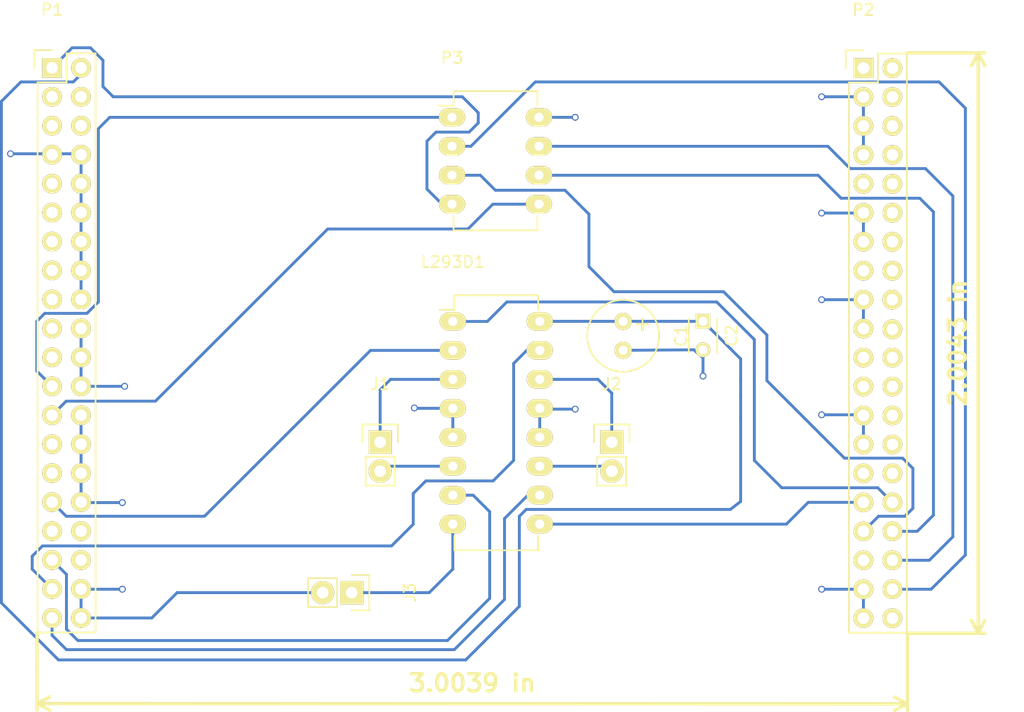
<source format=kicad_pcb>
(kicad_pcb (version 4) (host pcbnew "(2015-03-29 BZR 5548)-product")

  (general
    (links 57)
    (no_connects 24)
    (area 0 0 0 0)
    (thickness 1.6)
    (drawings 2)
    (tracks 194)
    (zones 0)
    (modules 9)
    (nets 58)
  )

  (page A4)
  (layers
    (0 F.Cu power)
    (31 B.Cu signal)
    (32 B.Adhes user)
    (33 F.Adhes user)
    (34 B.Paste user)
    (35 F.Paste user)
    (36 B.SilkS user)
    (37 F.SilkS user)
    (38 B.Mask user)
    (39 F.Mask user)
    (40 Dwgs.User user)
    (41 Cmts.User user)
    (42 Eco1.User user)
    (43 Eco2.User user)
    (44 Edge.Cuts user)
    (45 Margin user)
    (46 B.CrtYd user)
    (47 F.CrtYd user)
    (48 B.Fab user)
    (49 F.Fab user)
  )

  (setup
    (last_trace_width 0.25)
    (trace_clearance 0.2)
    (zone_clearance 0.508)
    (zone_45_only no)
    (trace_min 0.2)
    (segment_width 0.2)
    (edge_width 0.1)
    (via_size 0.6)
    (via_drill 0.4)
    (via_min_size 0.4)
    (via_min_drill 0.3)
    (uvia_size 0.3)
    (uvia_drill 0.1)
    (uvias_allowed no)
    (uvia_min_size 0.2)
    (uvia_min_drill 0.1)
    (pcb_text_width 0.3)
    (pcb_text_size 1.5 1.5)
    (mod_edge_width 0.15)
    (mod_text_size 1 1)
    (mod_text_width 0.15)
    (pad_size 1.5 1.5)
    (pad_drill 0.6)
    (pad_to_mask_clearance 0)
    (aux_axis_origin 0 0)
    (visible_elements FFFFFF7F)
    (pcbplotparams
      (layerselection 0x00030_80000001)
      (usegerberextensions false)
      (excludeedgelayer true)
      (linewidth 0.100000)
      (plotframeref false)
      (viasonmask false)
      (mode 1)
      (useauxorigin false)
      (hpglpennumber 1)
      (hpglpenspeed 20)
      (hpglpendiameter 15)
      (hpglpenoverlay 2)
      (psnegative false)
      (psa4output false)
      (plotreference true)
      (plotvalue true)
      (plotinvisibletext false)
      (padsonsilk false)
      (subtractmaskfromsilk false)
      (outputformat 1)
      (mirror false)
      (drillshape 0)
      (scaleselection 1)
      (outputdirectory ../../../../../../Desktop/))
  )

  (net 0 "")
  (net 1 /GPIO1)
  (net 2 /TEC_COL1)
  (net 3 /ENG0_OUT0)
  (net 4 GND)
  (net 5 /ENG0_OUT1)
  (net 6 /TEC_F3)
  (net 7 /GPIO2)
  (net 8 /TEC_COL0)
  (net 9 /ENG1_OUT1)
  (net 10 /ENG1_OUT0)
  (net 11 /TEC_F2)
  (net 12 +5V)
  (net 13 +3V3)
  (net 14 /RESET)
  (net 15 /ISP)
  (net 16 /WAKEUP)
  (net 17 GNDA)
  (net 18 /ADC0_3)
  (net 19 /ADC0_2)
  (net 20 /ADC0_1)
  (net 21 /DAC)
  (net 22 /VDD_A)
  (net 23 /I2C_SDA)
  (net 24 /I2C_SCL)
  (net 25 /RS232_RXD)
  (net 26 /RS232_TXD)
  (net 27 /CAN_RD)
  (net 28 /CAN_TD)
  (net 29 /TEC_F0)
  (net 30 /TEC_COL2)
  (net 31 /TEC_F1)
  (net 32 /ENET_RXD1)
  (net 33 /ENET_TX_EN)
  (net 34 /ENET_MDC)
  (net 35 /ENET_RXD0)
  (net 36 /ENET_CRS_DV)
  (net 37 /ENET_MDIO)
  (net 38 /ENET_TXD0)
  (net 39 /ENET_REF_CLK)
  (net 40 /ENET_TXD1)
  (net 41 /SPI_MISO)
  (net 42 /SPI_SCK)
  (net 43 /SPI_MOSI)
  (net 44 /LCD4)
  (net 45 /LCD_EN)
  (net 46 /LCD_RS)
  (net 47 /LCD3)
  (net 48 /LCD2)
  (net 49 /GPIO0)
  (net 50 /LCD1)
  (net 51 /GPIO4)
  (net 52 /GPIO3)
  (net 53 /GPIO6)
  (net 54 /GPIO5)
  (net 55 /GPIO7)
  (net 56 /GPIO8)
  (net 57 /MOTOR_VCC)

  (net_class Default "This is the default net class."
    (clearance 0.2)
    (trace_width 0.25)
    (via_dia 0.6)
    (via_drill 0.4)
    (uvia_dia 0.3)
    (uvia_drill 0.1)
    (add_net +3V3)
    (add_net +5V)
    (add_net /ADC0_1)
    (add_net /ADC0_2)
    (add_net /ADC0_3)
    (add_net /CAN_RD)
    (add_net /CAN_TD)
    (add_net /DAC)
    (add_net /ENET_CRS_DV)
    (add_net /ENET_MDC)
    (add_net /ENET_MDIO)
    (add_net /ENET_REF_CLK)
    (add_net /ENET_RXD0)
    (add_net /ENET_RXD1)
    (add_net /ENET_TXD0)
    (add_net /ENET_TXD1)
    (add_net /ENET_TX_EN)
    (add_net /ENG0_OUT0)
    (add_net /ENG0_OUT1)
    (add_net /ENG1_OUT0)
    (add_net /ENG1_OUT1)
    (add_net /GPIO0)
    (add_net /GPIO1)
    (add_net /GPIO2)
    (add_net /GPIO3)
    (add_net /GPIO4)
    (add_net /GPIO5)
    (add_net /GPIO6)
    (add_net /GPIO7)
    (add_net /GPIO8)
    (add_net /I2C_SCL)
    (add_net /I2C_SDA)
    (add_net /ISP)
    (add_net /LCD1)
    (add_net /LCD2)
    (add_net /LCD3)
    (add_net /LCD4)
    (add_net /LCD_EN)
    (add_net /LCD_RS)
    (add_net /MOTOR_VCC)
    (add_net /RESET)
    (add_net /RS232_RXD)
    (add_net /RS232_TXD)
    (add_net /SPI_MISO)
    (add_net /SPI_MOSI)
    (add_net /SPI_SCK)
    (add_net /TEC_COL0)
    (add_net /TEC_COL1)
    (add_net /TEC_COL2)
    (add_net /TEC_F0)
    (add_net /TEC_F1)
    (add_net /TEC_F2)
    (add_net /TEC_F3)
    (add_net /VDD_A)
    (add_net /WAKEUP)
    (add_net GND)
    (add_net GNDA)
  )

  (module Housings_DIP:DIP-16_W7.62mm_LongPads (layer F.Cu) (tedit 54130A77) (tstamp 56132089)
    (at 143.568 86.21)
    (descr "16-lead dip package, row spacing 7.62 mm (300 mils), longer pads")
    (tags "dil dip 2.54 300")
    (path /560AA651)
    (fp_text reference L293D1 (at 0 -5.22) (layer F.SilkS)
      (effects (font (size 1 1) (thickness 0.15)))
    )
    (fp_text value L293D (at 0 -3.72) (layer F.Fab)
      (effects (font (size 1 1) (thickness 0.15)))
    )
    (fp_line (start -1.4 -2.45) (end -1.4 20.25) (layer F.CrtYd) (width 0.05))
    (fp_line (start 9 -2.45) (end 9 20.25) (layer F.CrtYd) (width 0.05))
    (fp_line (start -1.4 -2.45) (end 9 -2.45) (layer F.CrtYd) (width 0.05))
    (fp_line (start -1.4 20.25) (end 9 20.25) (layer F.CrtYd) (width 0.05))
    (fp_line (start 0.135 -2.295) (end 0.135 -1.025) (layer F.SilkS) (width 0.15))
    (fp_line (start 7.485 -2.295) (end 7.485 -1.025) (layer F.SilkS) (width 0.15))
    (fp_line (start 7.485 20.075) (end 7.485 18.805) (layer F.SilkS) (width 0.15))
    (fp_line (start 0.135 20.075) (end 0.135 18.805) (layer F.SilkS) (width 0.15))
    (fp_line (start 0.135 -2.295) (end 7.485 -2.295) (layer F.SilkS) (width 0.15))
    (fp_line (start 0.135 20.075) (end 7.485 20.075) (layer F.SilkS) (width 0.15))
    (fp_line (start 0.135 -1.025) (end -1.15 -1.025) (layer F.SilkS) (width 0.15))
    (pad 1 thru_hole oval (at 0 0) (size 2.3 1.6) (drill 0.8) (layers *.Cu *.Mask F.SilkS)
      (net 1 /GPIO1))
    (pad 2 thru_hole oval (at 0 2.54) (size 2.3 1.6) (drill 0.8) (layers *.Cu *.Mask F.SilkS)
      (net 2 /TEC_COL1))
    (pad 3 thru_hole oval (at 0 5.08) (size 2.3 1.6) (drill 0.8) (layers *.Cu *.Mask F.SilkS)
      (net 3 /ENG0_OUT0))
    (pad 4 thru_hole oval (at 0 7.62) (size 2.3 1.6) (drill 0.8) (layers *.Cu *.Mask F.SilkS)
      (net 4 GND))
    (pad 5 thru_hole oval (at 0 10.16) (size 2.3 1.6) (drill 0.8) (layers *.Cu *.Mask F.SilkS)
      (net 4 GND))
    (pad 6 thru_hole oval (at 0 12.7) (size 2.3 1.6) (drill 0.8) (layers *.Cu *.Mask F.SilkS)
      (net 5 /ENG0_OUT1))
    (pad 7 thru_hole oval (at 0 15.24) (size 2.3 1.6) (drill 0.8) (layers *.Cu *.Mask F.SilkS)
      (net 6 /TEC_F3))
    (pad 8 thru_hole oval (at 0 17.78) (size 2.3 1.6) (drill 0.8) (layers *.Cu *.Mask F.SilkS)
      (net 57 /MOTOR_VCC))
    (pad 9 thru_hole oval (at 7.62 17.78) (size 2.3 1.6) (drill 0.8) (layers *.Cu *.Mask F.SilkS)
      (net 7 /GPIO2))
    (pad 10 thru_hole oval (at 7.62 15.24) (size 2.3 1.6) (drill 0.8) (layers *.Cu *.Mask F.SilkS)
      (net 8 /TEC_COL0))
    (pad 11 thru_hole oval (at 7.62 12.7) (size 2.3 1.6) (drill 0.8) (layers *.Cu *.Mask F.SilkS)
      (net 9 /ENG1_OUT1))
    (pad 12 thru_hole oval (at 7.62 10.16) (size 2.3 1.6) (drill 0.8) (layers *.Cu *.Mask F.SilkS)
      (net 4 GND))
    (pad 13 thru_hole oval (at 7.62 7.62) (size 2.3 1.6) (drill 0.8) (layers *.Cu *.Mask F.SilkS)
      (net 4 GND))
    (pad 14 thru_hole oval (at 7.62 5.08) (size 2.3 1.6) (drill 0.8) (layers *.Cu *.Mask F.SilkS)
      (net 10 /ENG1_OUT0))
    (pad 15 thru_hole oval (at 7.62 2.54) (size 2.3 1.6) (drill 0.8) (layers *.Cu *.Mask F.SilkS)
      (net 11 /TEC_F2))
    (pad 16 thru_hole oval (at 7.62 0) (size 2.3 1.6) (drill 0.8) (layers *.Cu *.Mask F.SilkS)
      (net 12 +5V))
    (model Housings_DIP.3dshapes/DIP-16_W7.62mm_LongPads.wrl
      (at (xyz 0 0 0))
      (scale (xyz 1 1 1))
      (rotate (xyz 0 0 0))
    )
  )

  (module Pin_Headers:Pin_Header_Straight_2x20 (layer F.Cu) (tedit 0) (tstamp 561320C1)
    (at 108.44 63.96)
    (descr "Through hole pin header")
    (tags "pin header")
    (path /5398AC24)
    (fp_text reference P1 (at 0 -5.1) (layer F.SilkS)
      (effects (font (size 1 1) (thickness 0.15)))
    )
    (fp_text value CONN_20X2 (at 0 -3.1) (layer F.Fab)
      (effects (font (size 1 1) (thickness 0.15)))
    )
    (fp_line (start -1.75 -1.75) (end -1.75 50.05) (layer F.CrtYd) (width 0.05))
    (fp_line (start 4.3 -1.75) (end 4.3 50.05) (layer F.CrtYd) (width 0.05))
    (fp_line (start -1.75 -1.75) (end 4.3 -1.75) (layer F.CrtYd) (width 0.05))
    (fp_line (start -1.75 50.05) (end 4.3 50.05) (layer F.CrtYd) (width 0.05))
    (fp_line (start 3.81 49.53) (end 3.81 -1.27) (layer F.SilkS) (width 0.15))
    (fp_line (start -1.27 1.27) (end -1.27 49.53) (layer F.SilkS) (width 0.15))
    (fp_line (start 3.81 49.53) (end -1.27 49.53) (layer F.SilkS) (width 0.15))
    (fp_line (start 3.81 -1.27) (end 1.27 -1.27) (layer F.SilkS) (width 0.15))
    (fp_line (start 0 -1.55) (end -1.55 -1.55) (layer F.SilkS) (width 0.15))
    (fp_line (start 1.27 -1.27) (end 1.27 1.27) (layer F.SilkS) (width 0.15))
    (fp_line (start 1.27 1.27) (end -1.27 1.27) (layer F.SilkS) (width 0.15))
    (fp_line (start -1.55 -1.55) (end -1.55 0) (layer F.SilkS) (width 0.15))
    (pad 1 thru_hole rect (at 0 0) (size 1.7272 1.7272) (drill 1.016) (layers *.Cu *.Mask F.SilkS)
      (net 13 +3V3))
    (pad 2 thru_hole oval (at 2.54 0) (size 1.7272 1.7272) (drill 1.016) (layers *.Cu *.Mask F.SilkS)
      (net 12 +5V))
    (pad 3 thru_hole oval (at 0 2.54) (size 1.7272 1.7272) (drill 1.016) (layers *.Cu *.Mask F.SilkS)
      (net 14 /RESET))
    (pad 4 thru_hole oval (at 2.54 2.54) (size 1.7272 1.7272) (drill 1.016) (layers *.Cu *.Mask F.SilkS)
      (net 4 GND))
    (pad 5 thru_hole oval (at 0 5.08) (size 1.7272 1.7272) (drill 1.016) (layers *.Cu *.Mask F.SilkS)
      (net 15 /ISP))
    (pad 6 thru_hole oval (at 2.54 5.08) (size 1.7272 1.7272) (drill 1.016) (layers *.Cu *.Mask F.SilkS)
      (net 16 /WAKEUP))
    (pad 7 thru_hole oval (at 0 7.62) (size 1.7272 1.7272) (drill 1.016) (layers *.Cu *.Mask F.SilkS)
      (net 17 GNDA))
    (pad 8 thru_hole oval (at 2.54 7.62) (size 1.7272 1.7272) (drill 1.016) (layers *.Cu *.Mask F.SilkS)
      (net 17 GNDA))
    (pad 9 thru_hole oval (at 0 10.16) (size 1.7272 1.7272) (drill 1.016) (layers *.Cu *.Mask F.SilkS)
      (net 18 /ADC0_3))
    (pad 10 thru_hole oval (at 2.54 10.16) (size 1.7272 1.7272) (drill 1.016) (layers *.Cu *.Mask F.SilkS)
      (net 17 GNDA))
    (pad 11 thru_hole oval (at 0 12.7) (size 1.7272 1.7272) (drill 1.016) (layers *.Cu *.Mask F.SilkS)
      (net 19 /ADC0_2))
    (pad 12 thru_hole oval (at 2.54 12.7) (size 1.7272 1.7272) (drill 1.016) (layers *.Cu *.Mask F.SilkS)
      (net 17 GNDA))
    (pad 13 thru_hole oval (at 0 15.24) (size 1.7272 1.7272) (drill 1.016) (layers *.Cu *.Mask F.SilkS)
      (net 20 /ADC0_1))
    (pad 14 thru_hole oval (at 2.54 15.24) (size 1.7272 1.7272) (drill 1.016) (layers *.Cu *.Mask F.SilkS)
      (net 17 GNDA))
    (pad 15 thru_hole oval (at 0 17.78) (size 1.7272 1.7272) (drill 1.016) (layers *.Cu *.Mask F.SilkS)
      (net 21 /DAC))
    (pad 16 thru_hole oval (at 2.54 17.78) (size 1.7272 1.7272) (drill 1.016) (layers *.Cu *.Mask F.SilkS)
      (net 17 GNDA))
    (pad 17 thru_hole oval (at 0 20.32) (size 1.7272 1.7272) (drill 1.016) (layers *.Cu *.Mask F.SilkS)
      (net 22 /VDD_A))
    (pad 18 thru_hole oval (at 2.54 20.32) (size 1.7272 1.7272) (drill 1.016) (layers *.Cu *.Mask F.SilkS)
      (net 17 GNDA))
    (pad 19 thru_hole oval (at 0 22.86) (size 1.7272 1.7272) (drill 1.016) (layers *.Cu *.Mask F.SilkS)
      (net 23 /I2C_SDA))
    (pad 20 thru_hole oval (at 2.54 22.86) (size 1.7272 1.7272) (drill 1.016) (layers *.Cu *.Mask F.SilkS)
      (net 4 GND))
    (pad 21 thru_hole oval (at 0 25.4) (size 1.7272 1.7272) (drill 1.016) (layers *.Cu *.Mask F.SilkS)
      (net 24 /I2C_SCL))
    (pad 22 thru_hole oval (at 2.54 25.4) (size 1.7272 1.7272) (drill 1.016) (layers *.Cu *.Mask F.SilkS)
      (net 4 GND))
    (pad 23 thru_hole oval (at 0 27.94) (size 1.7272 1.7272) (drill 1.016) (layers *.Cu *.Mask F.SilkS)
      (net 25 /RS232_RXD))
    (pad 24 thru_hole oval (at 2.54 27.94) (size 1.7272 1.7272) (drill 1.016) (layers *.Cu *.Mask F.SilkS)
      (net 4 GND))
    (pad 25 thru_hole oval (at 0 30.48) (size 1.7272 1.7272) (drill 1.016) (layers *.Cu *.Mask F.SilkS)
      (net 26 /RS232_TXD))
    (pad 26 thru_hole oval (at 2.54 30.48) (size 1.7272 1.7272) (drill 1.016) (layers *.Cu *.Mask F.SilkS)
      (net 4 GND))
    (pad 27 thru_hole oval (at 0 33.02) (size 1.7272 1.7272) (drill 1.016) (layers *.Cu *.Mask F.SilkS)
      (net 27 /CAN_RD))
    (pad 28 thru_hole oval (at 2.54 33.02) (size 1.7272 1.7272) (drill 1.016) (layers *.Cu *.Mask F.SilkS)
      (net 4 GND))
    (pad 29 thru_hole oval (at 0 35.56) (size 1.7272 1.7272) (drill 1.016) (layers *.Cu *.Mask F.SilkS)
      (net 28 /CAN_TD))
    (pad 30 thru_hole oval (at 2.54 35.56) (size 1.7272 1.7272) (drill 1.016) (layers *.Cu *.Mask F.SilkS)
      (net 4 GND))
    (pad 31 thru_hole oval (at 0 38.1) (size 1.7272 1.7272) (drill 1.016) (layers *.Cu *.Mask F.SilkS)
      (net 2 /TEC_COL1))
    (pad 32 thru_hole oval (at 2.54 38.1) (size 1.7272 1.7272) (drill 1.016) (layers *.Cu *.Mask F.SilkS)
      (net 4 GND))
    (pad 33 thru_hole oval (at 0 40.64) (size 1.7272 1.7272) (drill 1.016) (layers *.Cu *.Mask F.SilkS)
      (net 29 /TEC_F0))
    (pad 34 thru_hole oval (at 2.54 40.64) (size 1.7272 1.7272) (drill 1.016) (layers *.Cu *.Mask F.SilkS)
      (net 30 /TEC_COL2))
    (pad 35 thru_hole oval (at 0 43.18) (size 1.7272 1.7272) (drill 1.016) (layers *.Cu *.Mask F.SilkS)
      (net 6 /TEC_F3))
    (pad 36 thru_hole oval (at 2.54 43.18) (size 1.7272 1.7272) (drill 1.016) (layers *.Cu *.Mask F.SilkS)
      (net 31 /TEC_F1))
    (pad 37 thru_hole oval (at 0 45.72) (size 1.7272 1.7272) (drill 1.016) (layers *.Cu *.Mask F.SilkS)
      (net 11 /TEC_F2))
    (pad 38 thru_hole oval (at 2.54 45.72) (size 1.7272 1.7272) (drill 1.016) (layers *.Cu *.Mask F.SilkS)
      (net 4 GND))
    (pad 39 thru_hole oval (at 0 48.26) (size 1.7272 1.7272) (drill 1.016) (layers *.Cu *.Mask F.SilkS)
      (net 8 /TEC_COL0))
    (pad 40 thru_hole oval (at 2.54 48.26) (size 1.7272 1.7272) (drill 1.016) (layers *.Cu *.Mask F.SilkS)
      (net 4 GND))
    (model Pin_Headers.3dshapes/Pin_Header_Straight_2x20.wrl
      (at (xyz 0.05 -0.95 0))
      (scale (xyz 1 1 1))
      (rotate (xyz 0 0 90))
    )
  )

  (module Pin_Headers:Pin_Header_Straight_2x20 (layer F.Cu) (tedit 5616F680) (tstamp 561320F9)
    (at 179.562 63.98)
    (descr "Through hole pin header")
    (tags "pin header")
    (path /5398AC33)
    (fp_text reference P2 (at 0 -5.1) (layer F.SilkS)
      (effects (font (size 1 1) (thickness 0.15)))
    )
    (fp_text value CONN_20X2 (at 0 -3.1) (layer F.Fab)
      (effects (font (size 1 1) (thickness 0.15)))
    )
    (fp_line (start -1.75 -1.75) (end -1.75 50.05) (layer F.CrtYd) (width 0.05))
    (fp_line (start 4.3 -1.75) (end 4.3 50.05) (layer F.CrtYd) (width 0.05))
    (fp_line (start -1.75 -1.75) (end 4.3 -1.75) (layer F.CrtYd) (width 0.05))
    (fp_line (start -1.75 50.05) (end 4.3 50.05) (layer F.CrtYd) (width 0.05))
    (fp_line (start 3.81 49.53) (end 3.81 -1.27) (layer F.SilkS) (width 0.15))
    (fp_line (start -1.27 1.27) (end -1.27 49.53) (layer F.SilkS) (width 0.15))
    (fp_line (start 3.81 49.53) (end -1.27 49.53) (layer F.SilkS) (width 0.15))
    (fp_line (start 3.81 -1.27) (end 1.27 -1.27) (layer F.SilkS) (width 0.15))
    (fp_line (start 0 -1.55) (end -1.55 -1.55) (layer F.SilkS) (width 0.15))
    (fp_line (start 1.27 -1.27) (end 1.27 1.27) (layer F.SilkS) (width 0.15))
    (fp_line (start 1.27 1.27) (end -1.27 1.27) (layer F.SilkS) (width 0.15))
    (fp_line (start -1.55 -1.55) (end -1.55 0) (layer F.SilkS) (width 0.15))
    (pad 1 thru_hole rect (at 0 0) (size 1.7272 1.7272) (drill 1.016) (layers *.Cu *.Mask F.SilkS)
      (net 13 +3V3))
    (pad 2 thru_hole oval (at 2.54 0) (size 1.7272 1.7272) (drill 1.016) (layers *.Cu *.Mask F.SilkS)
      (net 12 +5V))
    (pad 3 thru_hole oval (at 0 2.54) (size 1.7272 1.7272) (drill 1.016) (layers *.Cu *.Mask F.SilkS)
      (net 4 GND))
    (pad 4 thru_hole oval (at 2.54 2.54) (size 1.7272 1.7272) (drill 1.016) (layers *.Cu *.Mask F.SilkS)
      (net 32 /ENET_RXD1))
    (pad 5 thru_hole oval (at 0 5.08) (size 1.7272 1.7272) (drill 1.016) (layers *.Cu *.Mask F.SilkS)
      (net 4 GND))
    (pad 6 thru_hole oval (at 2.54 5.08) (size 1.7272 1.7272) (drill 1.016) (layers *.Cu *.Mask F.SilkS)
      (net 33 /ENET_TX_EN))
    (pad 7 thru_hole oval (at 0 7.62) (size 1.7272 1.7272) (drill 1.016) (layers *.Cu *.Mask F.SilkS)
      (net 4 GND))
    (pad 8 thru_hole oval (at 2.54 7.62) (size 1.7272 1.7272) (drill 1.016) (layers *.Cu *.Mask F.SilkS)
      (net 34 /ENET_MDC))
    (pad 9 thru_hole oval (at 0 10.16) (size 1.7272 1.7272) (drill 1.016) (layers *.Cu *.Mask F.SilkS)
      (net 35 /ENET_RXD0))
    (pad 10 thru_hole oval (at 2.54 10.16) (size 1.7272 1.7272) (drill 1.016) (layers *.Cu *.Mask F.SilkS)
      (net 36 /ENET_CRS_DV))
    (pad 11 thru_hole oval (at 0 12.7) (size 1.7272 1.7272) (drill 1.016) (layers *.Cu *.Mask F.SilkS)
      (net 4 GND))
    (pad 12 thru_hole oval (at 2.54 12.7) (size 1.7272 1.7272) (drill 1.016) (layers *.Cu *.Mask F.SilkS)
      (net 37 /ENET_MDIO))
    (pad 13 thru_hole oval (at 0 15.24) (size 1.7272 1.7272) (drill 1.016) (layers *.Cu *.Mask F.SilkS)
      (net 4 GND))
    (pad 14 thru_hole oval (at 2.54 15.24) (size 1.7272 1.7272) (drill 1.016) (layers *.Cu *.Mask F.SilkS)
      (net 38 /ENET_TXD0))
    (pad 15 thru_hole oval (at 0 17.78) (size 1.7272 1.7272) (drill 1.016) (layers *.Cu *.Mask F.SilkS)
      (net 39 /ENET_REF_CLK))
    (pad 16 thru_hole oval (at 2.54 17.78) (size 1.7272 1.7272) (drill 1.016) (layers *.Cu *.Mask F.SilkS)
      (net 40 /ENET_TXD1))
    (pad 17 thru_hole oval (at 0 20.32) (size 1.7272 1.7272) (drill 1.016) (layers *.Cu *.Mask F.SilkS)
      (net 4 GND))
    (pad 18 thru_hole oval (at 2.521 20.32) (size 1.7272 1.7272) (drill 1.016) (layers *.Cu *.Mask F.SilkS)
      (net 41 /SPI_MISO))
    (pad 19 thru_hole oval (at 0 22.86) (size 1.7272 1.7272) (drill 1.016) (layers *.Cu *.Mask F.SilkS)
      (net 4 GND))
    (pad 20 thru_hole oval (at 2.538 22.92) (size 1.7272 1.7272) (drill 1.016) (layers *.Cu *.Mask F.SilkS)
      (net 42 /SPI_SCK))
    (pad 21 thru_hole oval (at 0 25.4) (size 1.7272 1.7272) (drill 1.016) (layers *.Cu *.Mask F.SilkS)
      (net 43 /SPI_MOSI))
    (pad 22 thru_hole oval (at 2.54 25.4) (size 1.7272 1.7272) (drill 1.016) (layers *.Cu *.Mask F.SilkS)
      (net 44 /LCD4))
    (pad 23 thru_hole oval (at 0 27.94) (size 1.7272 1.7272) (drill 1.016) (layers *.Cu *.Mask F.SilkS)
      (net 45 /LCD_EN))
    (pad 24 thru_hole oval (at 2.54 27.94) (size 1.7272 1.7272) (drill 1.016) (layers *.Cu *.Mask F.SilkS)
      (net 46 /LCD_RS))
    (pad 25 thru_hole oval (at 0 30.48) (size 1.7272 1.7272) (drill 1.016) (layers *.Cu *.Mask F.SilkS)
      (net 4 GND))
    (pad 26 thru_hole oval (at 2.54 30.48) (size 1.7272 1.7272) (drill 1.016) (layers *.Cu *.Mask F.SilkS)
      (net 47 /LCD3))
    (pad 27 thru_hole oval (at 0 33.02) (size 1.7272 1.7272) (drill 1.016) (layers *.Cu *.Mask F.SilkS)
      (net 4 GND))
    (pad 28 thru_hole oval (at 2.54 33.02) (size 1.7272 1.7272) (drill 1.016) (layers *.Cu *.Mask F.SilkS)
      (net 48 /LCD2))
    (pad 29 thru_hole oval (at 0 35.56) (size 1.7272 1.7272) (drill 1.016) (layers *.Cu *.Mask F.SilkS)
      (net 49 /GPIO0))
    (pad 30 thru_hole oval (at 2.54 35.56) (size 1.7272 1.7272) (drill 1.016) (layers *.Cu *.Mask F.SilkS)
      (net 50 /LCD1))
    (pad 31 thru_hole oval (at 0 38.1) (size 1.7272 1.7272) (drill 1.016) (layers *.Cu *.Mask F.SilkS)
      (net 7 /GPIO2))
    (pad 32 thru_hole oval (at 2.54 38.1) (size 1.7272 1.7272) (drill 1.016) (layers *.Cu *.Mask F.SilkS)
      (net 1 /GPIO1))
    (pad 33 thru_hole oval (at 0 40.64) (size 1.7272 1.7272) (drill 1.016) (layers *.Cu *.Mask F.SilkS)
      (net 51 /GPIO4))
    (pad 34 thru_hole oval (at 2.54 40.64) (size 1.7272 1.7272) (drill 1.016) (layers *.Cu *.Mask F.SilkS)
      (net 52 /GPIO3))
    (pad 35 thru_hole oval (at 0 43.18) (size 1.7272 1.7272) (drill 1.016) (layers *.Cu *.Mask F.SilkS)
      (net 53 /GPIO6))
    (pad 36 thru_hole oval (at 2.54 43.18) (size 1.7272 1.7272) (drill 1.016) (layers *.Cu *.Mask F.SilkS)
      (net 54 /GPIO5))
    (pad 37 thru_hole oval (at 0 45.72) (size 1.7272 1.7272) (drill 1.016) (layers *.Cu *.Mask F.SilkS)
      (net 4 GND))
    (pad 38 thru_hole oval (at 2.54 45.72) (size 1.7272 1.7272) (drill 1.016) (layers *.Cu *.Mask F.SilkS)
      (net 55 /GPIO7))
    (pad 39 thru_hole oval (at 0 48.26) (size 1.7272 1.7272) (drill 1.016) (layers *.Cu *.Mask F.SilkS)
      (net 4 GND))
    (pad 40 thru_hole oval (at 2.54 48.26) (size 1.7272 1.7272) (drill 1.016) (layers *.Cu *.Mask F.SilkS)
      (net 56 /GPIO8))
    (model Pin_Headers.3dshapes/Pin_Header_Straight_2x20.wrl
      (at (xyz 0.05 -0.95 0))
      (scale (xyz 1 1 1))
      (rotate (xyz 0 0 90))
    )
  )

  (module Housings_DIP:DIP-8_W7.62mm_LongPads (layer F.Cu) (tedit 54130A77) (tstamp 56132110)
    (at 143.501 68.304)
    (descr "8-lead dip package, row spacing 7.62 mm (300 mils), longer pads")
    (tags "dil dip 2.54 300")
    (path /5613172D)
    (fp_text reference P3 (at 0 -5.22) (layer F.SilkS)
      (effects (font (size 1 1) (thickness 0.15)))
    )
    (fp_text value ESP8266 (at 0 -3.72) (layer F.Fab)
      (effects (font (size 1 1) (thickness 0.15)))
    )
    (fp_line (start -1.4 -2.45) (end -1.4 10.1) (layer F.CrtYd) (width 0.05))
    (fp_line (start 9 -2.45) (end 9 10.1) (layer F.CrtYd) (width 0.05))
    (fp_line (start -1.4 -2.45) (end 9 -2.45) (layer F.CrtYd) (width 0.05))
    (fp_line (start -1.4 10.1) (end 9 10.1) (layer F.CrtYd) (width 0.05))
    (fp_line (start 0.135 -2.295) (end 0.135 -1.025) (layer F.SilkS) (width 0.15))
    (fp_line (start 7.485 -2.295) (end 7.485 -1.025) (layer F.SilkS) (width 0.15))
    (fp_line (start 7.485 9.915) (end 7.485 8.645) (layer F.SilkS) (width 0.15))
    (fp_line (start 0.135 9.915) (end 0.135 8.645) (layer F.SilkS) (width 0.15))
    (fp_line (start 0.135 -2.295) (end 7.485 -2.295) (layer F.SilkS) (width 0.15))
    (fp_line (start 0.135 9.915) (end 7.485 9.915) (layer F.SilkS) (width 0.15))
    (fp_line (start 0.135 -1.025) (end -1.15 -1.025) (layer F.SilkS) (width 0.15))
    (pad 1 thru_hole oval (at 0 0) (size 2.3 1.6) (drill 0.8) (layers *.Cu *.Mask F.SilkS)
      (net 25 /RS232_RXD))
    (pad 2 thru_hole oval (at 0 2.54) (size 2.3 1.6) (drill 0.8) (layers *.Cu *.Mask F.SilkS)
      (net 55 /GPIO7))
    (pad 3 thru_hole oval (at 0 5.08) (size 2.3 1.6) (drill 0.8) (layers *.Cu *.Mask F.SilkS)
      (net 51 /GPIO4))
    (pad 4 thru_hole oval (at 0 7.62) (size 2.3 1.6) (drill 0.8) (layers *.Cu *.Mask F.SilkS)
      (net 13 +3V3))
    (pad 5 thru_hole oval (at 7.62 7.62) (size 2.3 1.6) (drill 0.8) (layers *.Cu *.Mask F.SilkS)
      (net 26 /RS232_TXD))
    (pad 6 thru_hole oval (at 7.62 5.08) (size 2.3 1.6) (drill 0.8) (layers *.Cu *.Mask F.SilkS)
      (net 52 /GPIO3))
    (pad 7 thru_hole oval (at 7.62 2.54) (size 2.3 1.6) (drill 0.8) (layers *.Cu *.Mask F.SilkS)
      (net 54 /GPIO5))
    (pad 8 thru_hole oval (at 7.62 0) (size 2.3 1.6) (drill 0.8) (layers *.Cu *.Mask F.SilkS)
      (net 4 GND))
    (model Housings_DIP.3dshapes/DIP-8_W7.62mm_LongPads.wrl
      (at (xyz 0 0 0))
      (scale (xyz 1 1 1))
      (rotate (xyz 0 0 0))
    )
  )

  (module Capacitors_Elko_ThroughHole:Elko_vert_11.2x6.3mm_RM2.5 (layer F.Cu) (tedit 5454A15D) (tstamp 5616E83D)
    (at 158.5 86.2 270)
    (descr "Electrolytic Capacitor, vertical, diameter 6,3mm, RM 2,5mm, radial,")
    (tags "Electrolytic Capacitor, vertical, diameter 6,3mm, RM 2,5mm, Elko, Electrolytkondensator, Kondensator gepolt, Durchmesser 6,3mm, radial,")
    (path /5616E747)
    (fp_text reference C1 (at 1.27 -5.08 270) (layer F.SilkS)
      (effects (font (size 1 1) (thickness 0.15)))
    )
    (fp_text value CP (at 1.27 5.08 270) (layer F.Fab)
      (effects (font (size 1 1) (thickness 0.15)))
    )
    (fp_line (start 0.26924 -2.19964) (end 0.26924 -1.19888) (layer F.SilkS) (width 0.15))
    (fp_line (start -0.23114 -1.69926) (end 0.76962 -1.69926) (layer F.SilkS) (width 0.15))
    (fp_line (start 0.26924 -1.69926) (end 0.76962 -1.69926) (layer F.Cu) (width 0.15))
    (fp_line (start 0.26924 -1.69926) (end 0.26924 -2.19964) (layer F.Cu) (width 0.15))
    (fp_line (start -0.23114 -1.69926) (end 0.26924 -1.69926) (layer F.Cu) (width 0.15))
    (fp_line (start 0.26924 -1.69926) (end 0.26924 -1.30048) (layer F.Cu) (width 0.15))
    (fp_line (start 0.26924 -1.30048) (end 0.26924 -1.19888) (layer F.Cu) (width 0.15))
    (fp_circle (center 1.27 0) (end 4.4196 0) (layer F.SilkS) (width 0.15))
    (pad 2 thru_hole circle (at 2.54 0 270) (size 1.50114 1.50114) (drill 0.8001) (layers *.Cu *.Mask F.SilkS)
      (net 4 GND))
    (pad 1 thru_hole circle (at 0 0 270) (size 1.50114 1.50114) (drill 0.8001) (layers *.Cu *.Mask F.SilkS)
      (net 12 +5V))
    (model Capacitors_Elko_ThroughHole.3dshapes/Elko_vert_11.2x6.3mm_RM2.5.wrl
      (at (xyz 0 0 0))
      (scale (xyz 1 1 1))
      (rotate (xyz 0 0 0))
    )
  )

  (module Capacitors_ThroughHole:C_Disc_D3_P2.5 (layer F.Cu) (tedit 0) (tstamp 5616E843)
    (at 165.5 86.2 270)
    (descr "Capacitor 3mm Disc, Pitch 2.5mm")
    (tags Capacitor)
    (path /5616E701)
    (fp_text reference C2 (at 1.25 -2.5 270) (layer F.SilkS)
      (effects (font (size 1 1) (thickness 0.15)))
    )
    (fp_text value C (at 1.25 2.5 270) (layer F.Fab)
      (effects (font (size 1 1) (thickness 0.15)))
    )
    (fp_line (start -0.9 -1.5) (end 3.4 -1.5) (layer F.CrtYd) (width 0.05))
    (fp_line (start 3.4 -1.5) (end 3.4 1.5) (layer F.CrtYd) (width 0.05))
    (fp_line (start 3.4 1.5) (end -0.9 1.5) (layer F.CrtYd) (width 0.05))
    (fp_line (start -0.9 1.5) (end -0.9 -1.5) (layer F.CrtYd) (width 0.05))
    (fp_line (start -0.25 -1.25) (end 2.75 -1.25) (layer F.SilkS) (width 0.15))
    (fp_line (start 2.75 1.25) (end -0.25 1.25) (layer F.SilkS) (width 0.15))
    (pad 1 thru_hole rect (at 0 0 270) (size 1.3 1.3) (drill 0.8) (layers *.Cu *.Mask F.SilkS)
      (net 12 +5V))
    (pad 2 thru_hole circle (at 2.5 0 270) (size 1.3 1.3) (drill 0.8001) (layers *.Cu *.Mask F.SilkS)
      (net 4 GND))
    (model Capacitors_ThroughHole.3dshapes/C_Disc_D3_P2.5.wrl
      (at (xyz 0.0492126 0 0))
      (scale (xyz 1 1 1))
      (rotate (xyz 0 0 0))
    )
  )

  (module Pin_Headers:Pin_Header_Straight_1x02 (layer F.Cu) (tedit 54EA090C) (tstamp 56170CE5)
    (at 137.2 96.8)
    (descr "Through hole pin header")
    (tags "pin header")
    (path /56175CA0)
    (fp_text reference J1 (at 0 -5.1) (layer F.SilkS)
      (effects (font (size 1 1) (thickness 0.15)))
    )
    (fp_text value TB_1X2 (at 0 -3.1) (layer F.Fab)
      (effects (font (size 1 1) (thickness 0.15)))
    )
    (fp_line (start 1.27 1.27) (end 1.27 3.81) (layer F.SilkS) (width 0.15))
    (fp_line (start 1.55 -1.55) (end 1.55 0) (layer F.SilkS) (width 0.15))
    (fp_line (start -1.75 -1.75) (end -1.75 4.3) (layer F.CrtYd) (width 0.05))
    (fp_line (start 1.75 -1.75) (end 1.75 4.3) (layer F.CrtYd) (width 0.05))
    (fp_line (start -1.75 -1.75) (end 1.75 -1.75) (layer F.CrtYd) (width 0.05))
    (fp_line (start -1.75 4.3) (end 1.75 4.3) (layer F.CrtYd) (width 0.05))
    (fp_line (start 1.27 1.27) (end -1.27 1.27) (layer F.SilkS) (width 0.15))
    (fp_line (start -1.55 0) (end -1.55 -1.55) (layer F.SilkS) (width 0.15))
    (fp_line (start -1.55 -1.55) (end 1.55 -1.55) (layer F.SilkS) (width 0.15))
    (fp_line (start -1.27 1.27) (end -1.27 3.81) (layer F.SilkS) (width 0.15))
    (fp_line (start -1.27 3.81) (end 1.27 3.81) (layer F.SilkS) (width 0.15))
    (pad 1 thru_hole rect (at 0 0) (size 2.032 2.032) (drill 1.016) (layers *.Cu *.Mask F.SilkS)
      (net 3 /ENG0_OUT0))
    (pad 2 thru_hole oval (at 0 2.54) (size 2.032 2.032) (drill 1.016) (layers *.Cu *.Mask F.SilkS)
      (net 5 /ENG0_OUT1))
    (model Pin_Headers.3dshapes/Pin_Header_Straight_1x02.wrl
      (at (xyz 0 -0.05 0))
      (scale (xyz 1 1 1))
      (rotate (xyz 0 0 90))
    )
  )

  (module Pin_Headers:Pin_Header_Straight_1x02 (layer F.Cu) (tedit 54EA090C) (tstamp 56170CEB)
    (at 157.5 96.8)
    (descr "Through hole pin header")
    (tags "pin header")
    (path /56175F83)
    (fp_text reference J2 (at 0 -5.1) (layer F.SilkS)
      (effects (font (size 1 1) (thickness 0.15)))
    )
    (fp_text value TB_1X2 (at 0 -3.1) (layer F.Fab)
      (effects (font (size 1 1) (thickness 0.15)))
    )
    (fp_line (start 1.27 1.27) (end 1.27 3.81) (layer F.SilkS) (width 0.15))
    (fp_line (start 1.55 -1.55) (end 1.55 0) (layer F.SilkS) (width 0.15))
    (fp_line (start -1.75 -1.75) (end -1.75 4.3) (layer F.CrtYd) (width 0.05))
    (fp_line (start 1.75 -1.75) (end 1.75 4.3) (layer F.CrtYd) (width 0.05))
    (fp_line (start -1.75 -1.75) (end 1.75 -1.75) (layer F.CrtYd) (width 0.05))
    (fp_line (start -1.75 4.3) (end 1.75 4.3) (layer F.CrtYd) (width 0.05))
    (fp_line (start 1.27 1.27) (end -1.27 1.27) (layer F.SilkS) (width 0.15))
    (fp_line (start -1.55 0) (end -1.55 -1.55) (layer F.SilkS) (width 0.15))
    (fp_line (start -1.55 -1.55) (end 1.55 -1.55) (layer F.SilkS) (width 0.15))
    (fp_line (start -1.27 1.27) (end -1.27 3.81) (layer F.SilkS) (width 0.15))
    (fp_line (start -1.27 3.81) (end 1.27 3.81) (layer F.SilkS) (width 0.15))
    (pad 1 thru_hole rect (at 0 0) (size 2.032 2.032) (drill 1.016) (layers *.Cu *.Mask F.SilkS)
      (net 10 /ENG1_OUT0))
    (pad 2 thru_hole oval (at 0 2.54) (size 2.032 2.032) (drill 1.016) (layers *.Cu *.Mask F.SilkS)
      (net 9 /ENG1_OUT1))
    (model Pin_Headers.3dshapes/Pin_Header_Straight_1x02.wrl
      (at (xyz 0 -0.05 0))
      (scale (xyz 1 1 1))
      (rotate (xyz 0 0 90))
    )
  )

  (module Pin_Headers:Pin_Header_Straight_1x02 (layer F.Cu) (tedit 54EA090C) (tstamp 56170FB8)
    (at 134.7 110 270)
    (descr "Through hole pin header")
    (tags "pin header")
    (path /56176549)
    (fp_text reference J3 (at 0 -5.1 270) (layer F.SilkS)
      (effects (font (size 1 1) (thickness 0.15)))
    )
    (fp_text value TB_1X2 (at 0 -3.1 270) (layer F.Fab)
      (effects (font (size 1 1) (thickness 0.15)))
    )
    (fp_line (start 1.27 1.27) (end 1.27 3.81) (layer F.SilkS) (width 0.15))
    (fp_line (start 1.55 -1.55) (end 1.55 0) (layer F.SilkS) (width 0.15))
    (fp_line (start -1.75 -1.75) (end -1.75 4.3) (layer F.CrtYd) (width 0.05))
    (fp_line (start 1.75 -1.75) (end 1.75 4.3) (layer F.CrtYd) (width 0.05))
    (fp_line (start -1.75 -1.75) (end 1.75 -1.75) (layer F.CrtYd) (width 0.05))
    (fp_line (start -1.75 4.3) (end 1.75 4.3) (layer F.CrtYd) (width 0.05))
    (fp_line (start 1.27 1.27) (end -1.27 1.27) (layer F.SilkS) (width 0.15))
    (fp_line (start -1.55 0) (end -1.55 -1.55) (layer F.SilkS) (width 0.15))
    (fp_line (start -1.55 -1.55) (end 1.55 -1.55) (layer F.SilkS) (width 0.15))
    (fp_line (start -1.27 1.27) (end -1.27 3.81) (layer F.SilkS) (width 0.15))
    (fp_line (start -1.27 3.81) (end 1.27 3.81) (layer F.SilkS) (width 0.15))
    (pad 1 thru_hole rect (at 0 0 270) (size 2.032 2.032) (drill 1.016) (layers *.Cu *.Mask F.SilkS)
      (net 57 /MOTOR_VCC))
    (pad 2 thru_hole oval (at 0 2.54 270) (size 2.032 2.032) (drill 1.016) (layers *.Cu *.Mask F.SilkS)
      (net 4 GND))
    (model Pin_Headers.3dshapes/Pin_Header_Straight_1x02.wrl
      (at (xyz 0 -0.05 0))
      (scale (xyz 1 1 1))
      (rotate (xyz 0 0 90))
    )
  )

  (dimension 50.91 (width 0.3) (layer F.SilkS)
    (gr_text "50,910 mm" (at 190.97 88.105 90) (layer F.SilkS)
      (effects (font (size 1.5 1.5) (thickness 0.3)))
    )
    (feature1 (pts (xy 183.41 62.65) (xy 192.32 62.65)))
    (feature2 (pts (xy 183.41 113.56) (xy 192.32 113.56)))
    (crossbar (pts (xy 189.62 113.56) (xy 189.62 62.65)))
    (arrow1a (pts (xy 189.62 62.65) (xy 190.206421 63.776504)))
    (arrow1b (pts (xy 189.62 62.65) (xy 189.033579 63.776504)))
    (arrow2a (pts (xy 189.62 113.56) (xy 190.206421 112.433496)))
    (arrow2b (pts (xy 189.62 113.56) (xy 189.033579 112.433496)))
  )
  (dimension 76.300003 (width 0.3) (layer F.SilkS)
    (gr_text "76,300 mm" (at 145.268023 121.08991 359.9849814) (layer F.SilkS)
      (effects (font (size 1.5 1.5) (thickness 0.3)))
    )
    (feature1 (pts (xy 183.42 113.56) (xy 183.417669 122.44991)))
    (feature2 (pts (xy 107.12 113.54) (xy 107.117669 122.42991)))
    (crossbar (pts (xy 107.118377 119.72991) (xy 183.418377 119.74991)))
    (arrow1a (pts (xy 183.418377 119.74991) (xy 182.29172 120.336035)))
    (arrow1b (pts (xy 183.418377 119.74991) (xy 182.292027 119.163194)))
    (arrow2a (pts (xy 107.118377 119.72991) (xy 108.244727 120.316626)))
    (arrow2b (pts (xy 107.118377 119.72991) (xy 108.245034 119.143785)))
  )

  (segment (start 143.568 86.21) (end 146.59 86.21) (width 0.25) (layer B.Cu) (net 1))
  (segment (start 180.822 100.8) (end 182.102 102.08) (width 0.25) (layer B.Cu) (net 1) (tstamp 5616F662))
  (segment (start 172.4 100.8) (end 180.822 100.8) (width 0.25) (layer B.Cu) (net 1) (tstamp 5616F65E))
  (segment (start 170 98.4) (end 172.4 100.8) (width 0.25) (layer B.Cu) (net 1) (tstamp 5616F65C))
  (segment (start 170 87.8) (end 170 98.4) (width 0.25) (layer B.Cu) (net 1) (tstamp 5616F659))
  (segment (start 166.7 84.5) (end 170 87.8) (width 0.25) (layer B.Cu) (net 1) (tstamp 5616F657))
  (segment (start 148.3 84.5) (end 166.7 84.5) (width 0.25) (layer B.Cu) (net 1) (tstamp 5616F653))
  (segment (start 146.59 86.21) (end 148.3 84.5) (width 0.25) (layer B.Cu) (net 1) (tstamp 5616F64F))
  (segment (start 143.568 88.75) (end 136.35 88.75) (width 0.25) (layer B.Cu) (net 2))
  (segment (start 109.68 103.3) (end 108.44 102.06) (width 0.25) (layer B.Cu) (net 2) (tstamp 5616EF04))
  (segment (start 121.8 103.3) (end 109.68 103.3) (width 0.25) (layer B.Cu) (net 2) (tstamp 5616EEF0))
  (segment (start 136.35 88.75) (end 121.8 103.3) (width 0.25) (layer B.Cu) (net 2) (tstamp 5616EEEB))
  (segment (start 143.568 91.29) (end 138.11 91.29) (width 0.25) (layer B.Cu) (net 3))
  (segment (start 137.2 92.2) (end 137.2 96.8) (width 0.25) (layer B.Cu) (net 3) (tstamp 56170F29))
  (segment (start 138.11 91.29) (end 137.2 92.2) (width 0.25) (layer B.Cu) (net 3) (tstamp 56170F27))
  (segment (start 110.98 86.82) (end 110.98 91.9) (width 0.25) (layer B.Cu) (net 4))
  (segment (start 110.98 91.9) (end 114.8 91.9) (width 0.25) (layer B.Cu) (net 4) (tstamp 5616F0FF))
  (via (at 114.8 91.9) (size 0.6) (layers F.Cu B.Cu) (net 4))
  (segment (start 110.98 102.06) (end 110.98 94.44) (width 0.25) (layer B.Cu) (net 4))
  (segment (start 143.568 93.83) (end 140.23 93.83) (width 0.25) (layer B.Cu) (net 4))
  (via (at 140.2 93.8) (size 0.6) (layers F.Cu B.Cu) (net 4))
  (segment (start 140.23 93.83) (end 140.2 93.8) (width 0.25) (layer B.Cu) (net 4) (tstamp 5616EE7E))
  (segment (start 151.121 68.304) (end 154.296 68.304) (width 0.25) (layer B.Cu) (net 4))
  (via (at 154.3 68.3) (size 0.6) (layers F.Cu B.Cu) (net 4))
  (segment (start 154.296 68.304) (end 154.3 68.3) (width 0.25) (layer B.Cu) (net 4) (tstamp 5616EC19))
  (segment (start 179.562 71.6) (end 179.562 66.52) (width 0.25) (layer B.Cu) (net 4))
  (segment (start 179.562 66.52) (end 179.542 66.5) (width 0.25) (layer B.Cu) (net 4) (tstamp 5616EC03))
  (segment (start 179.542 66.5) (end 175.9 66.5) (width 0.25) (layer B.Cu) (net 4) (tstamp 5616EC04))
  (via (at 175.9 66.5) (size 0.6) (layers F.Cu B.Cu) (net 4))
  (segment (start 179.562 79.22) (end 179.562 76.68) (width 0.25) (layer B.Cu) (net 4))
  (segment (start 179.562 76.68) (end 179.542 76.7) (width 0.25) (layer B.Cu) (net 4) (tstamp 5616EBE0))
  (segment (start 179.542 76.7) (end 175.9 76.7) (width 0.25) (layer B.Cu) (net 4) (tstamp 5616EBE1))
  (via (at 175.9 76.7) (size 0.6) (layers F.Cu B.Cu) (net 4))
  (segment (start 179.562 86.84) (end 179.562 84.3) (width 0.25) (layer B.Cu) (net 4))
  (segment (start 179.562 84.3) (end 175.9 84.3) (width 0.25) (layer B.Cu) (net 4) (tstamp 5616EBCE))
  (via (at 175.9 84.3) (size 0.6) (layers F.Cu B.Cu) (net 4))
  (segment (start 179.562 97) (end 179.562 94.46) (width 0.25) (layer B.Cu) (net 4))
  (segment (start 179.562 94.46) (end 179.502 94.4) (width 0.25) (layer B.Cu) (net 4) (tstamp 5616EBB1))
  (segment (start 179.502 94.4) (end 175.9 94.4) (width 0.25) (layer B.Cu) (net 4) (tstamp 5616EBB2))
  (via (at 175.9 94.4) (size 0.6) (layers F.Cu B.Cu) (net 4))
  (segment (start 179.562 112.24) (end 179.562 109.7) (width 0.25) (layer B.Cu) (net 4))
  (segment (start 179.562 109.7) (end 175.9 109.7) (width 0.25) (layer B.Cu) (net 4) (tstamp 5616EB99))
  (via (at 175.9 109.7) (size 0.6) (layers F.Cu B.Cu) (net 4))
  (segment (start 158.5 88.74) (end 164.7 88.7) (width 0.25) (layer B.Cu) (net 4))
  (segment (start 164.7 88.7) (end 165.5 89.4) (width 0.25) (layer B.Cu) (net 4) (tstamp 5616EB83))
  (segment (start 165.5 89.4) (end 165.5 91) (width 0.25) (layer B.Cu) (net 4) (tstamp 5616EB84))
  (via (at 165.5 91) (size 0.6) (layers F.Cu B.Cu) (net 4))
  (segment (start 143.568 93.83) (end 143.568 96.37) (width 0.25) (layer B.Cu) (net 4))
  (segment (start 151.188 96.37) (end 151.188 93.83) (width 0.25) (layer B.Cu) (net 4) (tstamp 5616EB68))
  (segment (start 151.188 93.83) (end 151.258 93.9) (width 0.25) (layer B.Cu) (net 4) (tstamp 5616EB69))
  (segment (start 151.258 93.9) (end 154.3 93.9) (width 0.25) (layer B.Cu) (net 4) (tstamp 5616EB6A))
  (via (at 154.3 93.9) (size 0.6) (layers F.Cu B.Cu) (net 4))
  (segment (start 110.98 112.22) (end 110.98 109.68) (width 0.25) (layer B.Cu) (net 4))
  (segment (start 110.98 109.68) (end 111 109.7) (width 0.25) (layer B.Cu) (net 4) (tstamp 5616EB43))
  (segment (start 111 109.7) (end 114.6 109.7) (width 0.25) (layer B.Cu) (net 4) (tstamp 5616EB44))
  (via (at 114.6 109.7) (size 0.6) (layers F.Cu B.Cu) (net 4))
  (segment (start 110.98 102.06) (end 111.02 102.1) (width 0.25) (layer B.Cu) (net 4) (tstamp 5616EB19))
  (segment (start 111.02 102.1) (end 114.6 102.1) (width 0.25) (layer B.Cu) (net 4) (tstamp 5616EB1B))
  (via (at 114.6 102.1) (size 0.6) (layers F.Cu B.Cu) (net 4))
  (segment (start 119.4 110) (end 117.18 112.22) (width 0.25) (layer B.Cu) (net 4) (tstamp 56170FD2))
  (segment (start 117.18 112.22) (end 110.98 112.22) (width 0.25) (layer B.Cu) (net 4) (tstamp 56170FD6))
  (segment (start 132.16 110) (end 119.4 110) (width 0.25) (layer B.Cu) (net 4))
  (segment (start 143.568 98.91) (end 137.63 98.91) (width 0.25) (layer B.Cu) (net 5))
  (segment (start 137.63 98.91) (end 137.2 99.34) (width 0.25) (layer B.Cu) (net 5) (tstamp 56170F2D))
  (segment (start 143.568 101.45) (end 145.35 101.45) (width 0.25) (layer B.Cu) (net 6))
  (segment (start 109.7 108.4) (end 108.44 107.14) (width 0.25) (layer B.Cu) (net 6) (tstamp 5616EE2D))
  (segment (start 109.7 113.2) (end 109.7 108.4) (width 0.25) (layer B.Cu) (net 6) (tstamp 5616EE27))
  (segment (start 110.7 114.2) (end 109.7 113.2) (width 0.25) (layer B.Cu) (net 6) (tstamp 5616EE24))
  (segment (start 143.1 114.2) (end 110.7 114.2) (width 0.25) (layer B.Cu) (net 6) (tstamp 5616EE20))
  (segment (start 146.8 110.5) (end 143.1 114.2) (width 0.25) (layer B.Cu) (net 6) (tstamp 5616EE1D))
  (segment (start 146.8 102.9) (end 146.8 110.5) (width 0.25) (layer B.Cu) (net 6) (tstamp 5616EE1B))
  (segment (start 145.35 101.45) (end 146.8 102.9) (width 0.25) (layer B.Cu) (net 6) (tstamp 5616EE18))
  (segment (start 151.188 103.99) (end 172.81 103.99) (width 0.25) (layer B.Cu) (net 7))
  (segment (start 174.72 102.08) (end 179.562 102.08) (width 0.25) (layer B.Cu) (net 7) (tstamp 5616F66D))
  (segment (start 172.81 103.99) (end 174.72 102.08) (width 0.25) (layer B.Cu) (net 7) (tstamp 5616F668))
  (segment (start 151.188 101.45) (end 150.15 101.45) (width 0.25) (layer B.Cu) (net 8))
  (segment (start 150.15 101.45) (end 148.1 103.5) (width 0.25) (layer B.Cu) (net 8) (tstamp 5616EDCF))
  (segment (start 148.1 103.5) (end 148.1 110.6) (width 0.25) (layer B.Cu) (net 8) (tstamp 5616EDD3))
  (segment (start 148.1 110.6) (end 143.7 115) (width 0.25) (layer B.Cu) (net 8) (tstamp 5616EDDB))
  (segment (start 143.7 115) (end 109.7 115) (width 0.25) (layer B.Cu) (net 8) (tstamp 5616EDDD))
  (segment (start 109.7 115) (end 108.44 113.74) (width 0.25) (layer B.Cu) (net 8) (tstamp 5616EDE0))
  (segment (start 108.44 113.74) (end 108.44 112.22) (width 0.25) (layer B.Cu) (net 8) (tstamp 5616EDE2))
  (segment (start 151.188 98.91) (end 157.07 98.91) (width 0.25) (layer B.Cu) (net 9))
  (segment (start 157.07 98.91) (end 157.5 99.34) (width 0.25) (layer B.Cu) (net 9) (tstamp 56170F32))
  (segment (start 151.188 91.29) (end 156.29 91.29) (width 0.25) (layer B.Cu) (net 10))
  (segment (start 157.5 92.5) (end 157.5 96.8) (width 0.25) (layer B.Cu) (net 10) (tstamp 56170F22))
  (segment (start 156.29 91.29) (end 157.5 92.5) (width 0.25) (layer B.Cu) (net 10) (tstamp 56170F21))
  (segment (start 151.188 88.75) (end 150.05 88.75) (width 0.25) (layer B.Cu) (net 11))
  (segment (start 150.05 88.75) (end 148.9 89.9) (width 0.25) (layer B.Cu) (net 11) (tstamp 5616EE8D))
  (segment (start 148.9 89.9) (end 148.9 98.4) (width 0.25) (layer B.Cu) (net 11) (tstamp 5616EE90))
  (segment (start 148.9 98.4) (end 147.1 100.2) (width 0.25) (layer B.Cu) (net 11) (tstamp 5616EE92))
  (segment (start 147.1 100.2) (end 141.2 100.2) (width 0.25) (layer B.Cu) (net 11) (tstamp 5616EE94))
  (segment (start 141.2 100.2) (end 140.1 101.3) (width 0.25) (layer B.Cu) (net 11) (tstamp 5616EE9C))
  (segment (start 140.1 101.3) (end 140.1 104) (width 0.25) (layer B.Cu) (net 11) (tstamp 5616EEA7))
  (segment (start 140.1 104) (end 138.2 105.9) (width 0.25) (layer B.Cu) (net 11) (tstamp 5616EEAA))
  (segment (start 138.2 105.9) (end 107.6 105.9) (width 0.25) (layer B.Cu) (net 11) (tstamp 5616EEB0))
  (segment (start 107.6 105.9) (end 106.7 106.8) (width 0.25) (layer B.Cu) (net 11) (tstamp 5616EEB8))
  (segment (start 106.7 106.8) (end 106.7 107.94) (width 0.25) (layer B.Cu) (net 11) (tstamp 5616EEBA))
  (segment (start 106.7 107.94) (end 108.44 109.68) (width 0.25) (layer B.Cu) (net 11) (tstamp 5616EEBB))
  (segment (start 110.98 63.96) (end 110.98 64.52) (width 0.25) (layer B.Cu) (net 12))
  (segment (start 110.98 64.52) (end 110.3 65.2) (width 0.25) (layer B.Cu) (net 12) (tstamp 5616F2CB))
  (segment (start 110.3 65.2) (end 105.7 65.2) (width 0.25) (layer B.Cu) (net 12) (tstamp 5616F2CD))
  (segment (start 105.7 65.2) (end 104 66.9) (width 0.25) (layer B.Cu) (net 12) (tstamp 5616F2CF))
  (segment (start 104 66.9) (end 104 110.9) (width 0.25) (layer B.Cu) (net 12) (tstamp 5616F2D6))
  (segment (start 104 110.9) (end 109 115.9) (width 0.25) (layer B.Cu) (net 12) (tstamp 5616F2DD))
  (segment (start 109 115.9) (end 144.7 115.9) (width 0.25) (layer B.Cu) (net 12) (tstamp 5616F2E1))
  (segment (start 144.7 115.9) (end 149.4 111.2) (width 0.25) (layer B.Cu) (net 12) (tstamp 5616F2EB))
  (segment (start 149.4 111.2) (end 149.4 103.3) (width 0.25) (layer B.Cu) (net 12) (tstamp 5616F2ED))
  (segment (start 149.4 103.3) (end 150 102.7) (width 0.25) (layer B.Cu) (net 12) (tstamp 5616F2EF))
  (segment (start 150 102.7) (end 167.9 102.7) (width 0.25) (layer B.Cu) (net 12) (tstamp 5616F2F1))
  (segment (start 167.9 102.7) (end 168.8 102) (width 0.25) (layer B.Cu) (net 12) (tstamp 5616F2F5))
  (segment (start 168.8 102) (end 168.8 94.6) (width 0.25) (layer B.Cu) (net 12) (tstamp 5616F2F9))
  (segment (start 168.8 94.6) (end 168.8 92.8) (width 0.25) (layer B.Cu) (net 12) (tstamp 5616F2FE))
  (segment (start 168.8 92.8) (end 168.8 91.4) (width 0.25) (layer B.Cu) (net 12) (tstamp 5616F300))
  (segment (start 168.8 91.4) (end 168.8 89.5) (width 0.25) (layer B.Cu) (net 12) (tstamp 5616F304))
  (segment (start 168.8 89.5) (end 167.9 88.6) (width 0.25) (layer B.Cu) (net 12) (tstamp 5616F306))
  (segment (start 167.9 88.6) (end 165.5 86.2) (width 0.25) (layer B.Cu) (net 12) (tstamp 5616F308))
  (segment (start 165.5 86.2) (end 151.198 86.2) (width 0.25) (layer B.Cu) (net 12) (tstamp 5616F30A))
  (segment (start 151.198 86.2) (end 151.188 86.21) (width 0.25) (layer B.Cu) (net 12) (tstamp 5616F30C))
  (segment (start 158.49 86.21) (end 158.5 86.2) (width 0.25) (layer B.Cu) (net 12) (tstamp 5616ECF8))
  (segment (start 143.501 75.924) (end 142.624 75.924) (width 0.25) (layer B.Cu) (net 13))
  (segment (start 142.624 75.924) (end 141.3 74.6) (width 0.25) (layer B.Cu) (net 13) (tstamp 5616F041))
  (segment (start 141.3 74.6) (end 141.3 70.4) (width 0.25) (layer B.Cu) (net 13) (tstamp 5616F044))
  (segment (start 141.3 70.4) (end 142.1 69.6) (width 0.25) (layer B.Cu) (net 13) (tstamp 5616F048))
  (segment (start 142.1 69.6) (end 145 69.6) (width 0.25) (layer B.Cu) (net 13) (tstamp 5616F049))
  (segment (start 145 69.6) (end 145.8 68.8) (width 0.25) (layer B.Cu) (net 13) (tstamp 5616F04B))
  (segment (start 145.8 68.8) (end 145.8 67.9) (width 0.25) (layer B.Cu) (net 13) (tstamp 5616F04F))
  (segment (start 145.8 67.9) (end 144.4 66.5) (width 0.25) (layer B.Cu) (net 13) (tstamp 5616F050))
  (segment (start 144.4 66.5) (end 113.8 66.5) (width 0.25) (layer B.Cu) (net 13) (tstamp 5616F052))
  (segment (start 113.8 66.5) (end 112.9 65.6) (width 0.25) (layer B.Cu) (net 13) (tstamp 5616F058))
  (segment (start 112.9 65.6) (end 112.9 63.3) (width 0.25) (layer B.Cu) (net 13) (tstamp 5616F05D))
  (segment (start 112.9 63.3) (end 111.8 62.2) (width 0.25) (layer B.Cu) (net 13) (tstamp 5616F05E))
  (segment (start 111.8 62.2) (end 110.2 62.2) (width 0.25) (layer B.Cu) (net 13) (tstamp 5616F062))
  (segment (start 110.2 62.2) (end 108.44 63.96) (width 0.25) (layer B.Cu) (net 13) (tstamp 5616F064))
  (segment (start 179.562 63.98) (end 179.88 63.98) (width 0.25) (layer B.Cu) (net 13))
  (segment (start 110.98 84.28) (end 110.98 81.74) (width 0.25) (layer B.Cu) (net 17))
  (segment (start 110.98 81.74) (end 110.98 71.58) (width 0.25) (layer B.Cu) (net 17))
  (segment (start 110.98 71.58) (end 110.9 71.5) (width 0.25) (layer B.Cu) (net 17) (tstamp 5616EAB0))
  (segment (start 110.9 71.5) (end 104.8 71.5) (width 0.25) (layer B.Cu) (net 17) (tstamp 5616EAB1))
  (via (at 104.8 71.5) (size 0.6) (layers F.Cu B.Cu) (net 17))
  (segment (start 143.501 68.304) (end 113.496 68.304) (width 0.25) (layer B.Cu) (net 25))
  (segment (start 107.1 90.56) (end 108.44 91.9) (width 0.25) (layer B.Cu) (net 25) (tstamp 5616F027))
  (segment (start 107.1 86.2) (end 107.1 90.56) (width 0.25) (layer B.Cu) (net 25) (tstamp 5616F021))
  (segment (start 107.8 85.5) (end 107.1 86.2) (width 0.25) (layer B.Cu) (net 25) (tstamp 5616F01F))
  (segment (start 111.5 85.5) (end 107.8 85.5) (width 0.25) (layer B.Cu) (net 25) (tstamp 5616F01B))
  (segment (start 112.5 84.5) (end 111.5 85.5) (width 0.25) (layer B.Cu) (net 25) (tstamp 5616F014))
  (segment (start 112.5 69.3) (end 112.5 84.5) (width 0.25) (layer B.Cu) (net 25) (tstamp 5616F00F))
  (segment (start 113.496 68.304) (end 112.5 69.3) (width 0.25) (layer B.Cu) (net 25) (tstamp 5616F00B))
  (segment (start 151.121 75.924) (end 147.076 75.924) (width 0.25) (layer B.Cu) (net 26))
  (segment (start 109.68 93.2) (end 108.44 94.44) (width 0.25) (layer B.Cu) (net 26) (tstamp 5616F0F6))
  (segment (start 117.5 93.2) (end 109.68 93.2) (width 0.25) (layer B.Cu) (net 26) (tstamp 5616F0F2))
  (segment (start 132.6 78.1) (end 117.5 93.2) (width 0.25) (layer B.Cu) (net 26) (tstamp 5616F0EE))
  (segment (start 144.9 78.1) (end 132.6 78.1) (width 0.25) (layer B.Cu) (net 26) (tstamp 5616F0EC))
  (segment (start 147.076 75.924) (end 144.9 78.1) (width 0.25) (layer B.Cu) (net 26) (tstamp 5616F0EA))
  (segment (start 143.501 73.384) (end 145.984 73.384) (width 0.25) (layer B.Cu) (net 51))
  (segment (start 180.882 103.3) (end 179.562 104.62) (width 0.25) (layer B.Cu) (net 51) (tstamp 5616F755))
  (segment (start 183.2 103.3) (end 180.882 103.3) (width 0.25) (layer B.Cu) (net 51) (tstamp 5616F752))
  (segment (start 183.9 102.6) (end 183.2 103.3) (width 0.25) (layer B.Cu) (net 51) (tstamp 5616F750))
  (segment (start 183.9 99.1) (end 183.9 102.6) (width 0.25) (layer B.Cu) (net 51) (tstamp 5616F74E))
  (segment (start 183 98.2) (end 183.9 99.1) (width 0.25) (layer B.Cu) (net 51) (tstamp 5616F74A))
  (segment (start 177.9 98.2) (end 183 98.2) (width 0.25) (layer B.Cu) (net 51) (tstamp 5616F744))
  (segment (start 171.1 91.4) (end 177.9 98.2) (width 0.25) (layer B.Cu) (net 51) (tstamp 5616F741))
  (segment (start 171.1 87.4) (end 171.1 91.4) (width 0.25) (layer B.Cu) (net 51) (tstamp 5616F73E))
  (segment (start 167.3 83.6) (end 171.1 87.4) (width 0.25) (layer B.Cu) (net 51) (tstamp 5616F730))
  (segment (start 157.7 83.6) (end 167.3 83.6) (width 0.25) (layer B.Cu) (net 51) (tstamp 5616F72E))
  (segment (start 155.5 81.4) (end 157.7 83.6) (width 0.25) (layer B.Cu) (net 51) (tstamp 5616F72C))
  (segment (start 155.5 76.8) (end 155.5 81.4) (width 0.25) (layer B.Cu) (net 51) (tstamp 5616F72A))
  (segment (start 153.4 74.7) (end 155.5 76.8) (width 0.25) (layer B.Cu) (net 51) (tstamp 5616F723))
  (segment (start 147.3 74.7) (end 153.4 74.7) (width 0.25) (layer B.Cu) (net 51) (tstamp 5616F71F))
  (segment (start 145.984 73.384) (end 147.3 74.7) (width 0.25) (layer B.Cu) (net 51) (tstamp 5616F719))
  (segment (start 175.584 73.384) (end 177.6 75.4) (width 0.25) (layer B.Cu) (net 52) (tstamp 5616FAFD))
  (segment (start 177.6 75.4) (end 184.5 75.4) (width 0.25) (layer B.Cu) (net 52) (tstamp 5616FB02))
  (segment (start 184.5 75.4) (end 185.7 76.6) (width 0.25) (layer B.Cu) (net 52) (tstamp 5616FB04))
  (segment (start 185.7 76.6) (end 185.7 103.2) (width 0.25) (layer B.Cu) (net 52) (tstamp 5616FB06))
  (segment (start 185.7 103.2) (end 184.28 104.62) (width 0.25) (layer B.Cu) (net 52) (tstamp 5616FB08))
  (segment (start 184.28 104.62) (end 182.102 104.62) (width 0.25) (layer B.Cu) (net 52) (tstamp 5616FB0A))
  (segment (start 151.121 73.384) (end 175.584 73.384) (width 0.25) (layer B.Cu) (net 52))
  (segment (start 176.444 70.844) (end 178.4 72.8) (width 0.25) (layer B.Cu) (net 54) (tstamp 5616FAE6))
  (segment (start 178.4 72.8) (end 185 72.8) (width 0.25) (layer B.Cu) (net 54) (tstamp 5616FAEC))
  (segment (start 185 72.8) (end 187.4 75.2) (width 0.25) (layer B.Cu) (net 54) (tstamp 5616FAF1))
  (segment (start 187.4 75.2) (end 187.4 105.1) (width 0.25) (layer B.Cu) (net 54) (tstamp 5616FAF3))
  (segment (start 187.4 105.1) (end 185.34 107.16) (width 0.25) (layer B.Cu) (net 54) (tstamp 5616FAF7))
  (segment (start 185.34 107.16) (end 182.102 107.16) (width 0.25) (layer B.Cu) (net 54) (tstamp 5616FAF9))
  (segment (start 151.121 70.844) (end 176.444 70.844) (width 0.25) (layer B.Cu) (net 54))
  (segment (start 145.156 70.844) (end 150.8 65.2) (width 0.25) (layer B.Cu) (net 55) (tstamp 5616FACA))
  (segment (start 150.8 65.2) (end 186.2 65.2) (width 0.25) (layer B.Cu) (net 55) (tstamp 5616FAD0))
  (segment (start 186.2 65.2) (end 188.5 67.5) (width 0.25) (layer B.Cu) (net 55) (tstamp 5616FAD7))
  (segment (start 188.5 67.5) (end 188.5 106.7) (width 0.25) (layer B.Cu) (net 55) (tstamp 5616FADA))
  (segment (start 188.5 106.7) (end 185.5 109.7) (width 0.25) (layer B.Cu) (net 55) (tstamp 5616FADE))
  (segment (start 185.5 109.7) (end 182.102 109.7) (width 0.25) (layer B.Cu) (net 55) (tstamp 5616FAE0))
  (segment (start 143.501 70.844) (end 145.156 70.844) (width 0.25) (layer B.Cu) (net 55))
  (segment (start 143.568 107.932) (end 143.568 103.99) (width 0.25) (layer B.Cu) (net 57) (tstamp 56171024))
  (segment (start 141.5 110) (end 143.568 107.932) (width 0.25) (layer B.Cu) (net 57) (tstamp 56171023))
  (segment (start 134.7 110) (end 141.5 110) (width 0.25) (layer B.Cu) (net 57))

)

</source>
